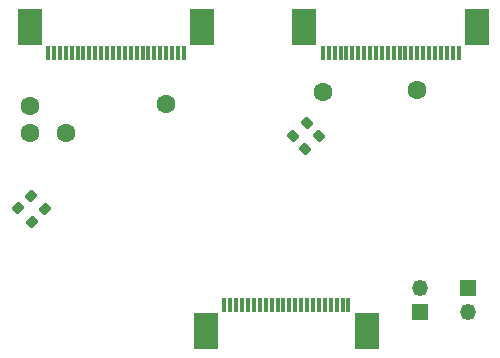
<source format=gts>
G04 #@! TF.GenerationSoftware,KiCad,Pcbnew,8.0.3*
G04 #@! TF.CreationDate,2025-06-24T11:22:04+03:00*
G04 #@! TF.ProjectId,Camera_24-22_Pin,43616d65-7261-45f3-9234-2d32325f5069,rev?*
G04 #@! TF.SameCoordinates,Original*
G04 #@! TF.FileFunction,Soldermask,Top*
G04 #@! TF.FilePolarity,Negative*
%FSLAX46Y46*%
G04 Gerber Fmt 4.6, Leading zero omitted, Abs format (unit mm)*
G04 Created by KiCad (PCBNEW 8.0.3) date 2025-06-24 11:22:04*
%MOMM*%
%LPD*%
G01*
G04 APERTURE LIST*
G04 Aperture macros list*
%AMRoundRect*
0 Rectangle with rounded corners*
0 $1 Rounding radius*
0 $2 $3 $4 $5 $6 $7 $8 $9 X,Y pos of 4 corners*
0 Add a 4 corners polygon primitive as box body*
4,1,4,$2,$3,$4,$5,$6,$7,$8,$9,$2,$3,0*
0 Add four circle primitives for the rounded corners*
1,1,$1+$1,$2,$3*
1,1,$1+$1,$4,$5*
1,1,$1+$1,$6,$7*
1,1,$1+$1,$8,$9*
0 Add four rect primitives between the rounded corners*
20,1,$1+$1,$2,$3,$4,$5,0*
20,1,$1+$1,$4,$5,$6,$7,0*
20,1,$1+$1,$6,$7,$8,$9,0*
20,1,$1+$1,$8,$9,$2,$3,0*%
G04 Aperture macros list end*
%ADD10RoundRect,0.200000X0.053033X-0.335876X0.335876X-0.053033X-0.053033X0.335876X-0.335876X0.053033X0*%
%ADD11C,1.600000*%
%ADD12R,0.300000X1.250000*%
%ADD13R,2.000000X3.150000*%
%ADD14RoundRect,0.200000X0.335876X0.053033X0.053033X0.335876X-0.335876X-0.053033X-0.053033X-0.335876X0*%
%ADD15R,1.350000X1.350000*%
%ADD16O,1.350000X1.350000*%
G04 APERTURE END LIST*
D10*
X174351337Y-91582112D03*
X175518063Y-90415386D03*
D11*
X175820000Y-86750000D03*
D12*
X167490000Y-104752500D03*
X167990000Y-104752500D03*
X168490000Y-104752500D03*
X168990000Y-104752500D03*
X169490000Y-104752500D03*
X169990000Y-104752500D03*
X170490000Y-104752500D03*
X170990000Y-104752500D03*
X171490000Y-104752500D03*
X171990000Y-104752500D03*
X172490000Y-104752500D03*
X172990000Y-104752500D03*
X173490000Y-104752500D03*
X173990000Y-104752500D03*
X174490000Y-104752500D03*
X174990000Y-104752500D03*
X175490000Y-104752500D03*
X175990000Y-104752500D03*
X176490000Y-104752500D03*
X176990000Y-104752500D03*
X177490000Y-104752500D03*
X177990000Y-104752500D03*
D13*
X165940000Y-106952500D03*
X179540000Y-106952500D03*
D11*
X151070000Y-90180000D03*
X154060000Y-90170000D03*
X183820000Y-86570000D03*
D12*
X164060000Y-83427500D03*
X163560000Y-83427500D03*
X163060000Y-83427500D03*
X162560000Y-83427500D03*
X162060000Y-83427500D03*
X161560000Y-83427500D03*
X161060000Y-83427500D03*
X160560000Y-83427500D03*
X160060000Y-83427500D03*
X159560000Y-83427500D03*
X159060000Y-83427500D03*
X158560000Y-83427500D03*
X158060000Y-83427500D03*
X157560000Y-83427500D03*
X157060000Y-83427500D03*
X156560000Y-83427500D03*
X156060000Y-83427500D03*
X155560000Y-83427500D03*
X155060000Y-83427500D03*
X154560000Y-83427500D03*
X154060000Y-83427500D03*
X153560000Y-83427500D03*
X153060000Y-83427500D03*
X152560000Y-83427500D03*
D13*
X165610000Y-81227500D03*
X151010000Y-81227500D03*
D14*
X152293363Y-96663363D03*
X151126637Y-95496637D03*
D12*
X187320000Y-83467500D03*
X186820000Y-83467500D03*
X186320000Y-83467500D03*
X185820000Y-83467500D03*
X185320000Y-83467500D03*
X184820000Y-83467500D03*
X184320000Y-83467500D03*
X183820000Y-83467500D03*
X183320000Y-83467500D03*
X182820000Y-83467500D03*
X182320000Y-83467500D03*
X181820000Y-83467500D03*
X181320000Y-83467500D03*
X180820000Y-83467500D03*
X180320000Y-83467500D03*
X179820000Y-83467500D03*
X179320000Y-83467500D03*
X178820000Y-83467500D03*
X178320000Y-83467500D03*
X177820000Y-83467500D03*
X177320000Y-83467500D03*
X176820000Y-83467500D03*
X176320000Y-83467500D03*
X175820000Y-83467500D03*
D13*
X188870000Y-81267500D03*
X174270000Y-81267500D03*
D11*
X151030000Y-87880000D03*
D15*
X188110000Y-103350000D03*
D16*
X188110000Y-105350000D03*
D10*
X173276637Y-90493363D03*
X174443363Y-89326637D03*
D11*
X162550000Y-87740000D03*
D14*
X151203363Y-97743363D03*
X150036637Y-96576637D03*
D15*
X184020000Y-105350000D03*
D16*
X184020000Y-103350000D03*
M02*

</source>
